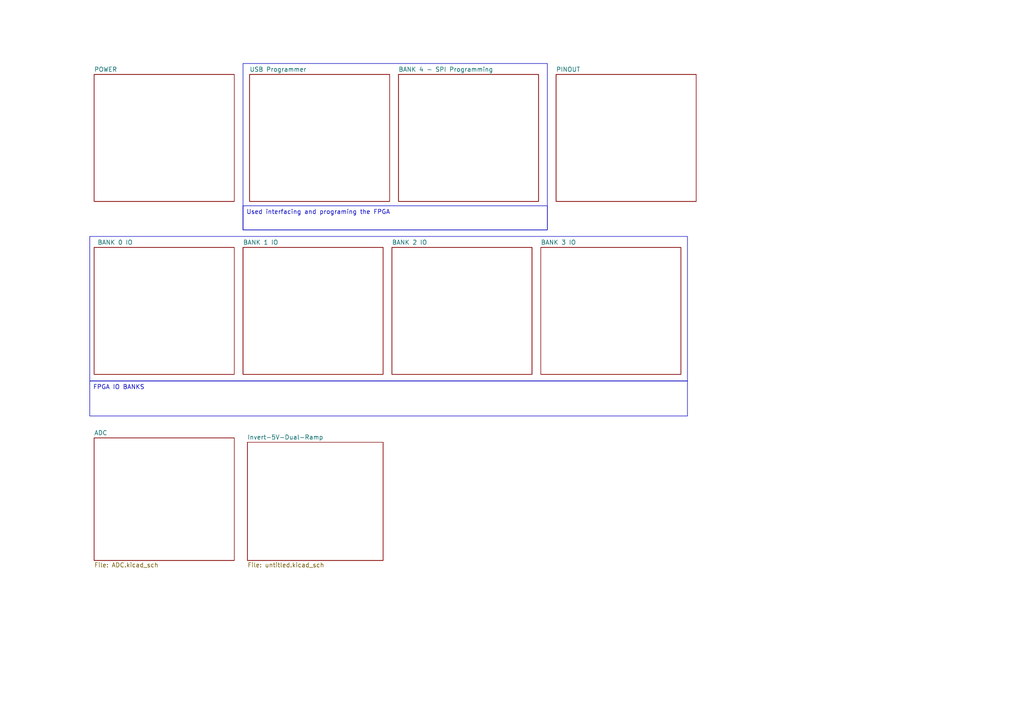
<source format=kicad_sch>
(kicad_sch (version 20230121) (generator eeschema)
  (paper "A4")
  (title_block (date "2023-04-22") (rev "V0.1"))
  (lib_symbols)
  (rectangle (start 70.485 18.415) (end 158.75 66.675))
  (rectangle (start 26.035 68.58) (end 199.39 110.49))
  (text_box "FPGA IO BANKS" (at 26.035 110.49 0) (size 173.355 10.16) (effects (font (size 1.27 1.27)) (justify left top)))
  (text_box "Used interfacing and programing the FPGA" (at 70.485 59.69 0) (size 88.265 6.985) (effects (font (size 1.27 1.27)) (justify left top)))
  (sheet (at 27.305 71.755) (size 40.64 36.83) (stroke (width 0.1524))
    (property "Sheetname" " BANK 0 IO" (at 27.305 71.0434 0) (effects (justify left bottom)))
    (property "Sheetfile" "BANK0.kicad_sch" (effects hide))
  )
  (sheet (at 71.755 128.27) (size 39.37 34.29) (stroke (width 0.1524))
    (property "Sheetname" "Invert-5V-Dual-Ramp" (at 71.755 127.5584 0) (effects (justify left bottom)))
    (property "Sheetfile" "untitled.kicad_sch" (at 71.755 163.1446 0) (effects (justify left top)))
  )
  (sheet (at 113.665 71.755) (size 40.64 36.83) (stroke (width 0.1524))
    (property "Sheetname" "BANK 2 IO" (at 113.665 71.0434 0) (effects (justify left bottom)))
    (property "Sheetfile" "BANK2.kicad_sch" (effects hide))
  )
  (sheet (at 161.29 21.59) (size 40.64 36.83) (stroke (width 0.1524))
    (property "Sheetname" "PINOUT" (at 161.29 20.8784 0) (effects (justify left bottom)))
    (property "Sheetfile" "PINOUT.kicad_sch" (effects hide))
  )
  (sheet (at 27.305 127) (size 40.64 35.56) (stroke (width 0.1524))
    (property "Sheetname" "ADC" (at 27.305 126.2884 0) (effects (justify left bottom)))
    (property "Sheetfile" "ADC.kicad_sch" (at 27.305 163.1446 0) (effects (justify left top)))
  )
  (sheet (at 115.57 21.59) (size 40.64 36.83) (stroke (width 0.1524))
    (property "Sheetname" "BANK 4 - SPI Programming" (at 115.57 20.8784 0) (effects (justify left bottom)))
    (property "Sheetfile" "BANK4.kicad_sch" (effects hide))
  )
  (sheet (at 27.305 21.59) (size 40.64 36.83) (stroke (width 0.1524))
    (property "Sheetname" "POWER" (at 27.305 20.8784 0) (effects (justify left bottom)))
    (property "Sheetfile" "POWER.kicad_sch" (effects hide))
  )
  (sheet (at 156.845 71.755) (size 40.64 36.83) (stroke (width 0.1524))
    (property "Sheetname" "BANK 3 IO" (at 156.845 71.0434 0) (effects (justify left bottom)))
    (property "Sheetfile" "BANK3.kicad_sch" (effects hide))
  )
  (sheet (at 72.39 21.59) (size 40.64 36.83) (stroke (width 0.1524))
    (property "Sheetname" "USB Programmer" (at 72.39 20.8784 0) (effects (justify left bottom)))
    (property "Sheetfile" "Programmer.kicad_sch" (effects hide))
  )
  (sheet (at 70.485 71.755) (size 40.64 36.83) (stroke (width 0.1524))
    (property "Sheetname" "BANK 1 IO" (at 70.485 71.0434 0) (effects (justify left bottom)))
    (property "Sheetfile" "BANK1.kicad_sch" (effects hide))
  )
)
</source>
